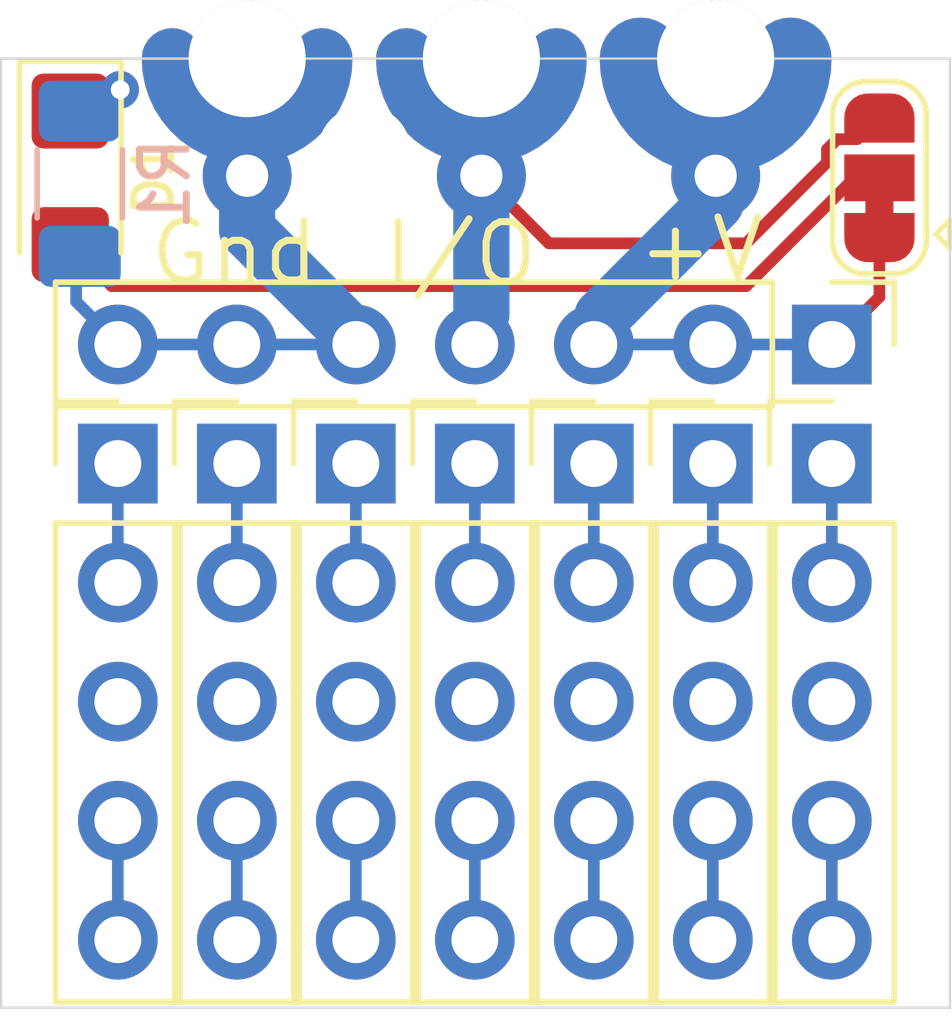
<source format=kicad_pcb>
(kicad_pcb (version 20171130) (host pcbnew "(5.1.9-0-10_14)")

  (general
    (thickness 1.6)
    (drawings 5)
    (tracks 55)
    (zones 0)
    (modules 12)
    (nets 20)
  )

  (page A4)
  (layers
    (0 F.Cu signal)
    (31 B.Cu signal)
    (32 B.Adhes user)
    (33 F.Adhes user)
    (34 B.Paste user)
    (35 F.Paste user)
    (36 B.SilkS user)
    (37 F.SilkS user)
    (38 B.Mask user)
    (39 F.Mask user)
    (40 Dwgs.User user hide)
    (41 Cmts.User user hide)
    (42 Eco1.User user)
    (43 Eco2.User user)
    (44 Edge.Cuts user)
    (45 Margin user)
    (46 B.CrtYd user)
    (47 F.CrtYd user)
    (48 B.Fab user hide)
    (49 F.Fab user hide)
  )

  (setup
    (last_trace_width 0.25)
    (user_trace_width 1.2)
    (trace_clearance 0.2)
    (zone_clearance 0.508)
    (zone_45_only no)
    (trace_min 0.1)
    (via_size 0.8)
    (via_drill 0.4)
    (via_min_size 0.4)
    (via_min_drill 0.3)
    (uvia_size 0.3)
    (uvia_drill 0.1)
    (uvias_allowed no)
    (uvia_min_size 0.2)
    (uvia_min_drill 0.1)
    (edge_width 0.05)
    (segment_width 0.2)
    (pcb_text_width 0.3)
    (pcb_text_size 1.5 1.5)
    (mod_edge_width 0.12)
    (mod_text_size 1 1)
    (mod_text_width 0.15)
    (pad_size 1.3 1.75)
    (pad_drill 0)
    (pad_to_mask_clearance 0)
    (aux_axis_origin 0 0)
    (visible_elements 7FFFFFFF)
    (pcbplotparams
      (layerselection 0x011fc_ffffffff)
      (usegerberextensions false)
      (usegerberattributes true)
      (usegerberadvancedattributes true)
      (creategerberjobfile true)
      (excludeedgelayer true)
      (linewidth 0.100000)
      (plotframeref false)
      (viasonmask false)
      (mode 1)
      (useauxorigin false)
      (hpglpennumber 1)
      (hpglpenspeed 20)
      (hpglpendiameter 15.000000)
      (psnegative false)
      (psa4output false)
      (plotreference true)
      (plotvalue true)
      (plotinvisibletext false)
      (padsonsilk false)
      (subtractmaskfromsilk false)
      (outputformat 1)
      (mirror false)
      (drillshape 0)
      (scaleselection 1)
      (outputdirectory "output/breadboard/"))
  )

  (net 0 "")
  (net 1 "Net-(J1-Pad1)")
  (net 2 "Net-(D1-Pad2)")
  (net 3 "Net-(D1-Pad1)")
  (net 4 "Net-(J1-Pad4)")
  (net 5 "Net-(J2-Pad4)")
  (net 6 "Net-(J2-Pad1)")
  (net 7 "Net-(J3-Pad4)")
  (net 8 "Net-(J3-Pad1)")
  (net 9 "Net-(J4-Pad4)")
  (net 10 "Net-(J4-Pad1)")
  (net 11 "Net-(J5-Pad4)")
  (net 12 "Net-(J5-Pad1)")
  (net 13 "Net-(J6-Pad5)")
  (net 14 "Net-(J6-Pad4)")
  (net 15 "Net-(J6-Pad1)")
  (net 16 "Net-(J7-Pad4)")
  (net 17 "Net-(J7-Pad1)")
  (net 18 "Net-(J8-Pad4)")
  (net 19 "Net-(J8-Pad1)")

  (net_class Default "This is the default net class."
    (clearance 0.2)
    (trace_width 0.25)
    (via_dia 0.8)
    (via_drill 0.4)
    (uvia_dia 0.3)
    (uvia_drill 0.1)
    (add_net "Net-(D1-Pad1)")
    (add_net "Net-(D1-Pad2)")
    (add_net "Net-(J1-Pad1)")
    (add_net "Net-(J1-Pad4)")
    (add_net "Net-(J2-Pad1)")
    (add_net "Net-(J2-Pad4)")
    (add_net "Net-(J3-Pad1)")
    (add_net "Net-(J3-Pad4)")
    (add_net "Net-(J4-Pad1)")
    (add_net "Net-(J4-Pad4)")
    (add_net "Net-(J5-Pad1)")
    (add_net "Net-(J5-Pad4)")
    (add_net "Net-(J6-Pad1)")
    (add_net "Net-(J6-Pad4)")
    (add_net "Net-(J6-Pad5)")
    (add_net "Net-(J7-Pad1)")
    (add_net "Net-(J7-Pad4)")
    (add_net "Net-(J8-Pad1)")
    (add_net "Net-(J8-Pad4)")
  )

  (module custom-microbrics:microbric (layer F.Cu) (tedit 6036C0A0) (tstamp 60091573)
    (at 141 101.5)
    (path /6008B3B3)
    (fp_text reference MB1 (at 8 1) (layer F.SilkS) hide
      (effects (font (size 1 1) (thickness 0.15)))
    )
    (fp_text value MicroBric (at 8.5 -1.5) (layer F.Fab)
      (effects (font (size 1 1) (thickness 0.15)))
    )
    (fp_line (start 0.5 -6) (end 17.5 -6) (layer Dwgs.User) (width 0.12))
    (fp_text user I/O (at 8.5552 -1.8304) (layer F.SilkS)
      (effects (font (size 1.27 1.27) (thickness 0.15)))
    )
    (fp_text user Gnd (at 3.7292 -1.8558) (layer F.SilkS)
      (effects (font (size 1.27 1.27) (thickness 0.15)))
    )
    (fp_text user +V (at 13.686 -1.932) (layer F.SilkS)
      (effects (font (size 1.27 1.27) (thickness 0.15)))
    )
    (pad 1 thru_hole custom (at 4 -6) (size 2.5 2.5) (drill 2.5) (layers *.Cu *.Mask)
      (net 13 "Net-(J6-Pad5)") (zone_connect 0)
      (options (clearance outline) (anchor circle))
      (primitives
        (gr_arc (start 0 0) (end 1.6 0) (angle 180) (width 1.3))
      ))
    (pad 2 thru_hole custom (at 9 -6) (size 2.5 2.5) (drill 2.5) (layers *.Cu *.Mask)
      (net 14 "Net-(J6-Pad4)") (zone_connect 0)
      (options (clearance outline) (anchor circle))
      (primitives
        (gr_arc (start 0 0) (end 1.6 0) (angle 180) (width 1.3))
      ))
    (pad 3 thru_hole custom (at 14 -6) (size 2.5 2.5) (drill 2.5) (layers *.Cu *.Mask)
      (net 15 "Net-(J6-Pad1)") (zone_connect 0)
      (options (clearance outline) (anchor circle))
      (primitives
        (gr_arc (start 0 0) (end 1.6 0) (angle 180) (width 1.75))
      ))
    (pad 1 thru_hole circle (at 4 -3.5) (size 1.9 1.9) (drill 0.9) (layers *.Cu *.Mask)
      (net 13 "Net-(J6-Pad5)") (zone_connect 0))
    (pad 2 thru_hole circle (at 9 -3.5) (size 1.9 1.9) (drill 0.9) (layers *.Cu *.Mask)
      (net 14 "Net-(J6-Pad4)") (zone_connect 0))
    (pad 3 thru_hole circle (at 14 -3.5) (size 1.9 1.9) (drill 0.9) (layers *.Cu *.Mask)
      (net 15 "Net-(J6-Pad1)") (zone_connect 0))
    (pad "" np_thru_hole circle (at 6.5 -4) (size 2 2) (drill 2) (layers *.Cu *.Mask)
      (zone_connect 0))
    (pad "" np_thru_hole circle (at 11.5 -3.5) (size 2 2) (drill 2) (layers *.Cu *.Mask)
      (zone_connect 0))
  )

  (module Resistor_SMD:R_1206_3216Metric_Pad1.30x1.75mm_HandSolder (layer B.Cu) (tedit 60303F93) (tstamp 60309D83)
    (at 141.4272 98.1704 90)
    (descr "Resistor SMD 1206 (3216 Metric), square (rectangular) end terminal, IPC_7351 nominal with elongated pad for handsoldering. (Body size source: IPC-SM-782 page 72, https://www.pcb-3d.com/wordpress/wp-content/uploads/ipc-sm-782a_amendment_1_and_2.pdf), generated with kicad-footprint-generator")
    (tags "resistor handsolder")
    (path /6032A6DC)
    (attr smd)
    (fp_text reference R1 (at 0 1.82 270) (layer B.SilkS)
      (effects (font (size 1 1) (thickness 0.15)) (justify mirror))
    )
    (fp_text value R_Small (at 0 -1.82 270) (layer B.Fab)
      (effects (font (size 1 1) (thickness 0.15)) (justify mirror))
    )
    (fp_line (start 2.45 -1.12) (end -2.45 -1.12) (layer B.CrtYd) (width 0.05))
    (fp_line (start 2.45 1.12) (end 2.45 -1.12) (layer B.CrtYd) (width 0.05))
    (fp_line (start -2.45 1.12) (end 2.45 1.12) (layer B.CrtYd) (width 0.05))
    (fp_line (start -2.45 -1.12) (end -2.45 1.12) (layer B.CrtYd) (width 0.05))
    (fp_line (start -0.727064 -0.91) (end 0.727064 -0.91) (layer B.SilkS) (width 0.12))
    (fp_line (start -0.727064 0.91) (end 0.727064 0.91) (layer B.SilkS) (width 0.12))
    (fp_line (start 1.6 -0.8) (end -1.6 -0.8) (layer B.Fab) (width 0.1))
    (fp_line (start 1.6 0.8) (end 1.6 -0.8) (layer B.Fab) (width 0.1))
    (fp_line (start -1.6 0.8) (end 1.6 0.8) (layer B.Fab) (width 0.1))
    (fp_line (start -1.6 -0.8) (end -1.6 0.8) (layer B.Fab) (width 0.1))
    (fp_text user %R (at 0 0 270) (layer B.Fab)
      (effects (font (size 0.8 0.8) (thickness 0.12)) (justify mirror))
    )
    (pad 2 smd roundrect (at 1.55 0 90) (size 1.3 1.75) (layers B.Cu B.Paste B.Mask) (roundrect_rratio 0.192)
      (net 3 "Net-(D1-Pad1)"))
    (pad 1 smd roundrect (at -1.55 0 90) (size 1.3 1.75) (layers B.Cu B.Paste B.Mask) (roundrect_rratio 0.192)
      (net 13 "Net-(J6-Pad5)"))
    (model ${KISYS3DMOD}/Resistor_SMD.3dshapes/R_1206_3216Metric.wrl
      (at (xyz 0 0 0))
      (scale (xyz 1 1 1))
      (rotate (xyz 0 0 0))
    )
  )

  (module Jumper:SolderJumper-3_P1.3mm_Bridged12_RoundedPad1.0x1.5mm (layer F.Cu) (tedit 5C745321) (tstamp 60309D52)
    (at 158.496 98.044 90)
    (descr "SMD Solder 3-pad Jumper, 1x1.5mm rounded Pads, 0.3mm gap, pads 1-2 bridged with 1 copper strip")
    (tags "solder jumper open")
    (path /6031A187)
    (attr virtual)
    (fp_text reference JP1 (at 0 -1.8 90) (layer F.SilkS) hide
      (effects (font (size 1 1) (thickness 0.15)))
    )
    (fp_text value SolderJumper_3_Bridged12 (at 0 1.9 90) (layer F.Fab)
      (effects (font (size 1 1) (thickness 0.15)))
    )
    (fp_poly (pts (xy -0.9 -0.3) (xy -0.4 -0.3) (xy -0.4 0.3) (xy -0.9 0.3)) (layer F.Cu) (width 0))
    (fp_line (start 2.3 1.25) (end -2.3 1.25) (layer F.CrtYd) (width 0.05))
    (fp_line (start 2.3 1.25) (end 2.3 -1.25) (layer F.CrtYd) (width 0.05))
    (fp_line (start -2.3 -1.25) (end -2.3 1.25) (layer F.CrtYd) (width 0.05))
    (fp_line (start -2.3 -1.25) (end 2.3 -1.25) (layer F.CrtYd) (width 0.05))
    (fp_line (start -1.4 -1) (end 1.4 -1) (layer F.SilkS) (width 0.12))
    (fp_line (start 2.05 -0.3) (end 2.05 0.3) (layer F.SilkS) (width 0.12))
    (fp_line (start 1.4 1) (end -1.4 1) (layer F.SilkS) (width 0.12))
    (fp_line (start -2.05 0.3) (end -2.05 -0.3) (layer F.SilkS) (width 0.12))
    (fp_line (start -1.2 1.2) (end -1.5 1.5) (layer F.SilkS) (width 0.12))
    (fp_line (start -1.5 1.5) (end -0.9 1.5) (layer F.SilkS) (width 0.12))
    (fp_line (start -1.2 1.2) (end -0.9 1.5) (layer F.SilkS) (width 0.12))
    (fp_arc (start -1.35 -0.3) (end -1.35 -1) (angle -90) (layer F.SilkS) (width 0.12))
    (fp_arc (start -1.35 0.3) (end -2.05 0.3) (angle -90) (layer F.SilkS) (width 0.12))
    (fp_arc (start 1.35 0.3) (end 1.35 1) (angle -90) (layer F.SilkS) (width 0.12))
    (fp_arc (start 1.35 -0.3) (end 2.05 -0.3) (angle -90) (layer F.SilkS) (width 0.12))
    (pad 1 smd custom (at -1.3 0 90) (size 1 0.5) (layers F.Cu F.Mask)
      (net 15 "Net-(J6-Pad1)") (zone_connect 2)
      (options (clearance outline) (anchor rect))
      (primitives
        (gr_circle (center 0 0.25) (end 0.5 0.25) (width 0))
        (gr_circle (center 0 -0.25) (end 0.5 -0.25) (width 0))
        (gr_poly (pts
           (xy 0.55 -0.75) (xy 0 -0.75) (xy 0 0.75) (xy 0.55 0.75)) (width 0))
      ))
    (pad 2 smd rect (at 0 0 90) (size 1 1.5) (layers F.Cu F.Mask)
      (net 2 "Net-(D1-Pad2)"))
    (pad 3 smd custom (at 1.3 0 90) (size 1 0.5) (layers F.Cu F.Mask)
      (net 14 "Net-(J6-Pad4)") (zone_connect 2)
      (options (clearance outline) (anchor rect))
      (primitives
        (gr_circle (center 0 0.25) (end 0.5 0.25) (width 0))
        (gr_circle (center 0 -0.25) (end 0.5 -0.25) (width 0))
        (gr_poly (pts
           (xy -0.55 -0.75) (xy 0 -0.75) (xy 0 0.75) (xy -0.55 0.75)) (width 0))
      ))
  )

  (module Connector_PinHeader_2.54mm:PinHeader_1x05_P2.54mm_Vertical (layer F.Cu) (tedit 59FED5CC) (tstamp 60309D3B)
    (at 157.48 104.14)
    (descr "Through hole straight pin header, 1x05, 2.54mm pitch, single row")
    (tags "Through hole pin header THT 1x05 2.54mm single row")
    (path /60315417)
    (fp_text reference J8 (at 0 -2.33) (layer F.SilkS) hide
      (effects (font (size 1 1) (thickness 0.15)))
    )
    (fp_text value Conn_01x05 (at 0 12.49) (layer F.Fab)
      (effects (font (size 1 1) (thickness 0.15)))
    )
    (fp_line (start 1.8 -1.8) (end -1.8 -1.8) (layer F.CrtYd) (width 0.05))
    (fp_line (start 1.8 11.95) (end 1.8 -1.8) (layer F.CrtYd) (width 0.05))
    (fp_line (start -1.8 11.95) (end 1.8 11.95) (layer F.CrtYd) (width 0.05))
    (fp_line (start -1.8 -1.8) (end -1.8 11.95) (layer F.CrtYd) (width 0.05))
    (fp_line (start -1.33 -1.33) (end 0 -1.33) (layer F.SilkS) (width 0.12))
    (fp_line (start -1.33 0) (end -1.33 -1.33) (layer F.SilkS) (width 0.12))
    (fp_line (start -1.33 1.27) (end 1.33 1.27) (layer F.SilkS) (width 0.12))
    (fp_line (start 1.33 1.27) (end 1.33 11.49) (layer F.SilkS) (width 0.12))
    (fp_line (start -1.33 1.27) (end -1.33 11.49) (layer F.SilkS) (width 0.12))
    (fp_line (start -1.33 11.49) (end 1.33 11.49) (layer F.SilkS) (width 0.12))
    (fp_line (start -1.27 -0.635) (end -0.635 -1.27) (layer F.Fab) (width 0.1))
    (fp_line (start -1.27 11.43) (end -1.27 -0.635) (layer F.Fab) (width 0.1))
    (fp_line (start 1.27 11.43) (end -1.27 11.43) (layer F.Fab) (width 0.1))
    (fp_line (start 1.27 -1.27) (end 1.27 11.43) (layer F.Fab) (width 0.1))
    (fp_line (start -0.635 -1.27) (end 1.27 -1.27) (layer F.Fab) (width 0.1))
    (fp_text user %R (at 0 5.08 90) (layer F.Fab)
      (effects (font (size 1 1) (thickness 0.15)))
    )
    (pad 5 thru_hole oval (at 0 10.16) (size 1.7 1.7) (drill 1) (layers *.Cu *.Mask)
      (net 18 "Net-(J8-Pad4)"))
    (pad 4 thru_hole oval (at 0 7.62) (size 1.7 1.7) (drill 1) (layers *.Cu *.Mask)
      (net 18 "Net-(J8-Pad4)"))
    (pad 3 thru_hole oval (at 0 5.08) (size 1.7 1.7) (drill 1) (layers *.Cu *.Mask))
    (pad 2 thru_hole oval (at 0 2.54) (size 1.7 1.7) (drill 1) (layers *.Cu *.Mask)
      (net 19 "Net-(J8-Pad1)"))
    (pad 1 thru_hole rect (at 0 0) (size 1.7 1.7) (drill 1) (layers *.Cu *.Mask)
      (net 19 "Net-(J8-Pad1)"))
    (model ${KISYS3DMOD}/Connector_PinHeader_2.54mm.3dshapes/PinHeader_1x05_P2.54mm_Vertical.wrl
      (at (xyz 0 0 0))
      (scale (xyz 1 1 1))
      (rotate (xyz 0 0 0))
    )
  )

  (module Connector_PinHeader_2.54mm:PinHeader_1x05_P2.54mm_Vertical (layer F.Cu) (tedit 59FED5CC) (tstamp 60309D22)
    (at 154.94 104.14)
    (descr "Through hole straight pin header, 1x05, 2.54mm pitch, single row")
    (tags "Through hole pin header THT 1x05 2.54mm single row")
    (path /6030CB92)
    (fp_text reference J7 (at 0 -2.33) (layer F.SilkS) hide
      (effects (font (size 1 1) (thickness 0.15)))
    )
    (fp_text value Conn_01x05 (at 0 12.49) (layer F.Fab)
      (effects (font (size 1 1) (thickness 0.15)))
    )
    (fp_line (start 1.8 -1.8) (end -1.8 -1.8) (layer F.CrtYd) (width 0.05))
    (fp_line (start 1.8 11.95) (end 1.8 -1.8) (layer F.CrtYd) (width 0.05))
    (fp_line (start -1.8 11.95) (end 1.8 11.95) (layer F.CrtYd) (width 0.05))
    (fp_line (start -1.8 -1.8) (end -1.8 11.95) (layer F.CrtYd) (width 0.05))
    (fp_line (start -1.33 -1.33) (end 0 -1.33) (layer F.SilkS) (width 0.12))
    (fp_line (start -1.33 0) (end -1.33 -1.33) (layer F.SilkS) (width 0.12))
    (fp_line (start -1.33 1.27) (end 1.33 1.27) (layer F.SilkS) (width 0.12))
    (fp_line (start 1.33 1.27) (end 1.33 11.49) (layer F.SilkS) (width 0.12))
    (fp_line (start -1.33 1.27) (end -1.33 11.49) (layer F.SilkS) (width 0.12))
    (fp_line (start -1.33 11.49) (end 1.33 11.49) (layer F.SilkS) (width 0.12))
    (fp_line (start -1.27 -0.635) (end -0.635 -1.27) (layer F.Fab) (width 0.1))
    (fp_line (start -1.27 11.43) (end -1.27 -0.635) (layer F.Fab) (width 0.1))
    (fp_line (start 1.27 11.43) (end -1.27 11.43) (layer F.Fab) (width 0.1))
    (fp_line (start 1.27 -1.27) (end 1.27 11.43) (layer F.Fab) (width 0.1))
    (fp_line (start -0.635 -1.27) (end 1.27 -1.27) (layer F.Fab) (width 0.1))
    (fp_text user %R (at 0 5.08 90) (layer F.Fab)
      (effects (font (size 1 1) (thickness 0.15)))
    )
    (pad 5 thru_hole oval (at 0 10.16) (size 1.7 1.7) (drill 1) (layers *.Cu *.Mask)
      (net 16 "Net-(J7-Pad4)"))
    (pad 4 thru_hole oval (at 0 7.62) (size 1.7 1.7) (drill 1) (layers *.Cu *.Mask)
      (net 16 "Net-(J7-Pad4)"))
    (pad 3 thru_hole oval (at 0 5.08) (size 1.7 1.7) (drill 1) (layers *.Cu *.Mask))
    (pad 2 thru_hole oval (at 0 2.54) (size 1.7 1.7) (drill 1) (layers *.Cu *.Mask)
      (net 17 "Net-(J7-Pad1)"))
    (pad 1 thru_hole rect (at 0 0) (size 1.7 1.7) (drill 1) (layers *.Cu *.Mask)
      (net 17 "Net-(J7-Pad1)"))
    (model ${KISYS3DMOD}/Connector_PinHeader_2.54mm.3dshapes/PinHeader_1x05_P2.54mm_Vertical.wrl
      (at (xyz 0 0 0))
      (scale (xyz 1 1 1))
      (rotate (xyz 0 0 0))
    )
  )

  (module Connector_PinHeader_2.54mm:PinHeader_1x07_P2.54mm_Vertical (layer F.Cu) (tedit 59FED5CC) (tstamp 60309D09)
    (at 157.48 101.6 270)
    (descr "Through hole straight pin header, 1x07, 2.54mm pitch, single row")
    (tags "Through hole pin header THT 1x07 2.54mm single row")
    (path /6031676F)
    (fp_text reference J6 (at 0 -2.33 270) (layer F.SilkS) hide
      (effects (font (size 1 1) (thickness 0.15)))
    )
    (fp_text value Conn_01x07 (at 0 17.57 270) (layer F.Fab)
      (effects (font (size 1 1) (thickness 0.15)))
    )
    (fp_line (start 1.8 -1.8) (end -1.8 -1.8) (layer F.CrtYd) (width 0.05))
    (fp_line (start 1.8 17.05) (end 1.8 -1.8) (layer F.CrtYd) (width 0.05))
    (fp_line (start -1.8 17.05) (end 1.8 17.05) (layer F.CrtYd) (width 0.05))
    (fp_line (start -1.8 -1.8) (end -1.8 17.05) (layer F.CrtYd) (width 0.05))
    (fp_line (start -1.33 -1.33) (end 0 -1.33) (layer F.SilkS) (width 0.12))
    (fp_line (start -1.33 0) (end -1.33 -1.33) (layer F.SilkS) (width 0.12))
    (fp_line (start -1.33 1.27) (end 1.33 1.27) (layer F.SilkS) (width 0.12))
    (fp_line (start 1.33 1.27) (end 1.33 16.57) (layer F.SilkS) (width 0.12))
    (fp_line (start -1.33 1.27) (end -1.33 16.57) (layer F.SilkS) (width 0.12))
    (fp_line (start -1.33 16.57) (end 1.33 16.57) (layer F.SilkS) (width 0.12))
    (fp_line (start -1.27 -0.635) (end -0.635 -1.27) (layer F.Fab) (width 0.1))
    (fp_line (start -1.27 16.51) (end -1.27 -0.635) (layer F.Fab) (width 0.1))
    (fp_line (start 1.27 16.51) (end -1.27 16.51) (layer F.Fab) (width 0.1))
    (fp_line (start 1.27 -1.27) (end 1.27 16.51) (layer F.Fab) (width 0.1))
    (fp_line (start -0.635 -1.27) (end 1.27 -1.27) (layer F.Fab) (width 0.1))
    (fp_text user %R (at 0 7.62) (layer F.Fab)
      (effects (font (size 1 1) (thickness 0.15)))
    )
    (pad 7 thru_hole oval (at 0 15.24 270) (size 1.7 1.7) (drill 1) (layers *.Cu *.Mask)
      (net 13 "Net-(J6-Pad5)"))
    (pad 6 thru_hole oval (at 0 12.7 270) (size 1.7 1.7) (drill 1) (layers *.Cu *.Mask)
      (net 13 "Net-(J6-Pad5)"))
    (pad 5 thru_hole oval (at 0 10.16 270) (size 1.7 1.7) (drill 1) (layers *.Cu *.Mask)
      (net 13 "Net-(J6-Pad5)"))
    (pad 4 thru_hole oval (at 0 7.62 270) (size 1.7 1.7) (drill 1) (layers *.Cu *.Mask)
      (net 14 "Net-(J6-Pad4)"))
    (pad 3 thru_hole oval (at 0 5.08 270) (size 1.7 1.7) (drill 1) (layers *.Cu *.Mask)
      (net 15 "Net-(J6-Pad1)"))
    (pad 2 thru_hole oval (at 0 2.54 270) (size 1.7 1.7) (drill 1) (layers *.Cu *.Mask)
      (net 15 "Net-(J6-Pad1)"))
    (pad 1 thru_hole rect (at 0 0 270) (size 1.7 1.7) (drill 1) (layers *.Cu *.Mask)
      (net 15 "Net-(J6-Pad1)"))
    (model ${KISYS3DMOD}/Connector_PinHeader_2.54mm.3dshapes/PinHeader_1x07_P2.54mm_Vertical.wrl
      (at (xyz 0 0 0))
      (scale (xyz 1 1 1))
      (rotate (xyz 0 0 0))
    )
  )

  (module Connector_PinHeader_2.54mm:PinHeader_1x05_P2.54mm_Vertical (layer F.Cu) (tedit 59FED5CC) (tstamp 60309CEE)
    (at 152.4 104.14)
    (descr "Through hole straight pin header, 1x05, 2.54mm pitch, single row")
    (tags "Through hole pin header THT 1x05 2.54mm single row")
    (path /6030CB86)
    (fp_text reference J5 (at 0 -2.33) (layer F.SilkS) hide
      (effects (font (size 1 1) (thickness 0.15)))
    )
    (fp_text value Conn_01x05 (at 0 12.49) (layer F.Fab)
      (effects (font (size 1 1) (thickness 0.15)))
    )
    (fp_line (start 1.8 -1.8) (end -1.8 -1.8) (layer F.CrtYd) (width 0.05))
    (fp_line (start 1.8 11.95) (end 1.8 -1.8) (layer F.CrtYd) (width 0.05))
    (fp_line (start -1.8 11.95) (end 1.8 11.95) (layer F.CrtYd) (width 0.05))
    (fp_line (start -1.8 -1.8) (end -1.8 11.95) (layer F.CrtYd) (width 0.05))
    (fp_line (start -1.33 -1.33) (end 0 -1.33) (layer F.SilkS) (width 0.12))
    (fp_line (start -1.33 0) (end -1.33 -1.33) (layer F.SilkS) (width 0.12))
    (fp_line (start -1.33 1.27) (end 1.33 1.27) (layer F.SilkS) (width 0.12))
    (fp_line (start 1.33 1.27) (end 1.33 11.49) (layer F.SilkS) (width 0.12))
    (fp_line (start -1.33 1.27) (end -1.33 11.49) (layer F.SilkS) (width 0.12))
    (fp_line (start -1.33 11.49) (end 1.33 11.49) (layer F.SilkS) (width 0.12))
    (fp_line (start -1.27 -0.635) (end -0.635 -1.27) (layer F.Fab) (width 0.1))
    (fp_line (start -1.27 11.43) (end -1.27 -0.635) (layer F.Fab) (width 0.1))
    (fp_line (start 1.27 11.43) (end -1.27 11.43) (layer F.Fab) (width 0.1))
    (fp_line (start 1.27 -1.27) (end 1.27 11.43) (layer F.Fab) (width 0.1))
    (fp_line (start -0.635 -1.27) (end 1.27 -1.27) (layer F.Fab) (width 0.1))
    (fp_text user %R (at 0 5.08 90) (layer F.Fab)
      (effects (font (size 1 1) (thickness 0.15)))
    )
    (pad 5 thru_hole oval (at 0 10.16) (size 1.7 1.7) (drill 1) (layers *.Cu *.Mask)
      (net 11 "Net-(J5-Pad4)"))
    (pad 4 thru_hole oval (at 0 7.62) (size 1.7 1.7) (drill 1) (layers *.Cu *.Mask)
      (net 11 "Net-(J5-Pad4)"))
    (pad 3 thru_hole oval (at 0 5.08) (size 1.7 1.7) (drill 1) (layers *.Cu *.Mask))
    (pad 2 thru_hole oval (at 0 2.54) (size 1.7 1.7) (drill 1) (layers *.Cu *.Mask)
      (net 12 "Net-(J5-Pad1)"))
    (pad 1 thru_hole rect (at 0 0) (size 1.7 1.7) (drill 1) (layers *.Cu *.Mask)
      (net 12 "Net-(J5-Pad1)"))
    (model ${KISYS3DMOD}/Connector_PinHeader_2.54mm.3dshapes/PinHeader_1x05_P2.54mm_Vertical.wrl
      (at (xyz 0 0 0))
      (scale (xyz 1 1 1))
      (rotate (xyz 0 0 0))
    )
  )

  (module Connector_PinHeader_2.54mm:PinHeader_1x05_P2.54mm_Vertical (layer F.Cu) (tedit 59FED5CC) (tstamp 60309CD5)
    (at 149.86 104.14)
    (descr "Through hole straight pin header, 1x05, 2.54mm pitch, single row")
    (tags "Through hole pin header THT 1x05 2.54mm single row")
    (path /6030CB7A)
    (fp_text reference J4 (at 0 -2.33) (layer F.SilkS) hide
      (effects (font (size 1 1) (thickness 0.15)))
    )
    (fp_text value Conn_01x05 (at 0 12.49) (layer F.Fab)
      (effects (font (size 1 1) (thickness 0.15)))
    )
    (fp_line (start 1.8 -1.8) (end -1.8 -1.8) (layer F.CrtYd) (width 0.05))
    (fp_line (start 1.8 11.95) (end 1.8 -1.8) (layer F.CrtYd) (width 0.05))
    (fp_line (start -1.8 11.95) (end 1.8 11.95) (layer F.CrtYd) (width 0.05))
    (fp_line (start -1.8 -1.8) (end -1.8 11.95) (layer F.CrtYd) (width 0.05))
    (fp_line (start -1.33 -1.33) (end 0 -1.33) (layer F.SilkS) (width 0.12))
    (fp_line (start -1.33 0) (end -1.33 -1.33) (layer F.SilkS) (width 0.12))
    (fp_line (start -1.33 1.27) (end 1.33 1.27) (layer F.SilkS) (width 0.12))
    (fp_line (start 1.33 1.27) (end 1.33 11.49) (layer F.SilkS) (width 0.12))
    (fp_line (start -1.33 1.27) (end -1.33 11.49) (layer F.SilkS) (width 0.12))
    (fp_line (start -1.33 11.49) (end 1.33 11.49) (layer F.SilkS) (width 0.12))
    (fp_line (start -1.27 -0.635) (end -0.635 -1.27) (layer F.Fab) (width 0.1))
    (fp_line (start -1.27 11.43) (end -1.27 -0.635) (layer F.Fab) (width 0.1))
    (fp_line (start 1.27 11.43) (end -1.27 11.43) (layer F.Fab) (width 0.1))
    (fp_line (start 1.27 -1.27) (end 1.27 11.43) (layer F.Fab) (width 0.1))
    (fp_line (start -0.635 -1.27) (end 1.27 -1.27) (layer F.Fab) (width 0.1))
    (fp_text user %R (at 0 5.08 90) (layer F.Fab)
      (effects (font (size 1 1) (thickness 0.15)))
    )
    (pad 5 thru_hole oval (at 0 10.16) (size 1.7 1.7) (drill 1) (layers *.Cu *.Mask)
      (net 9 "Net-(J4-Pad4)"))
    (pad 4 thru_hole oval (at 0 7.62) (size 1.7 1.7) (drill 1) (layers *.Cu *.Mask)
      (net 9 "Net-(J4-Pad4)"))
    (pad 3 thru_hole oval (at 0 5.08) (size 1.7 1.7) (drill 1) (layers *.Cu *.Mask))
    (pad 2 thru_hole oval (at 0 2.54) (size 1.7 1.7) (drill 1) (layers *.Cu *.Mask)
      (net 10 "Net-(J4-Pad1)"))
    (pad 1 thru_hole rect (at 0 0) (size 1.7 1.7) (drill 1) (layers *.Cu *.Mask)
      (net 10 "Net-(J4-Pad1)"))
    (model ${KISYS3DMOD}/Connector_PinHeader_2.54mm.3dshapes/PinHeader_1x05_P2.54mm_Vertical.wrl
      (at (xyz 0 0 0))
      (scale (xyz 1 1 1))
      (rotate (xyz 0 0 0))
    )
  )

  (module Connector_PinHeader_2.54mm:PinHeader_1x05_P2.54mm_Vertical (layer F.Cu) (tedit 59FED5CC) (tstamp 60309CBC)
    (at 147.32 104.14)
    (descr "Through hole straight pin header, 1x05, 2.54mm pitch, single row")
    (tags "Through hole pin header THT 1x05 2.54mm single row")
    (path /6030A8EB)
    (fp_text reference J3 (at 0 -2.33) (layer F.SilkS) hide
      (effects (font (size 1 1) (thickness 0.15)))
    )
    (fp_text value Conn_01x05 (at 0 12.49) (layer F.Fab)
      (effects (font (size 1 1) (thickness 0.15)))
    )
    (fp_line (start 1.8 -1.8) (end -1.8 -1.8) (layer F.CrtYd) (width 0.05))
    (fp_line (start 1.8 11.95) (end 1.8 -1.8) (layer F.CrtYd) (width 0.05))
    (fp_line (start -1.8 11.95) (end 1.8 11.95) (layer F.CrtYd) (width 0.05))
    (fp_line (start -1.8 -1.8) (end -1.8 11.95) (layer F.CrtYd) (width 0.05))
    (fp_line (start -1.33 -1.33) (end 0 -1.33) (layer F.SilkS) (width 0.12))
    (fp_line (start -1.33 0) (end -1.33 -1.33) (layer F.SilkS) (width 0.12))
    (fp_line (start -1.33 1.27) (end 1.33 1.27) (layer F.SilkS) (width 0.12))
    (fp_line (start 1.33 1.27) (end 1.33 11.49) (layer F.SilkS) (width 0.12))
    (fp_line (start -1.33 1.27) (end -1.33 11.49) (layer F.SilkS) (width 0.12))
    (fp_line (start -1.33 11.49) (end 1.33 11.49) (layer F.SilkS) (width 0.12))
    (fp_line (start -1.27 -0.635) (end -0.635 -1.27) (layer F.Fab) (width 0.1))
    (fp_line (start -1.27 11.43) (end -1.27 -0.635) (layer F.Fab) (width 0.1))
    (fp_line (start 1.27 11.43) (end -1.27 11.43) (layer F.Fab) (width 0.1))
    (fp_line (start 1.27 -1.27) (end 1.27 11.43) (layer F.Fab) (width 0.1))
    (fp_line (start -0.635 -1.27) (end 1.27 -1.27) (layer F.Fab) (width 0.1))
    (fp_text user %R (at 0 5.08 90) (layer F.Fab)
      (effects (font (size 1 1) (thickness 0.15)))
    )
    (pad 5 thru_hole oval (at 0 10.16) (size 1.7 1.7) (drill 1) (layers *.Cu *.Mask)
      (net 7 "Net-(J3-Pad4)"))
    (pad 4 thru_hole oval (at 0 7.62) (size 1.7 1.7) (drill 1) (layers *.Cu *.Mask)
      (net 7 "Net-(J3-Pad4)"))
    (pad 3 thru_hole oval (at 0 5.08) (size 1.7 1.7) (drill 1) (layers *.Cu *.Mask))
    (pad 2 thru_hole oval (at 0 2.54) (size 1.7 1.7) (drill 1) (layers *.Cu *.Mask)
      (net 8 "Net-(J3-Pad1)"))
    (pad 1 thru_hole rect (at 0 0) (size 1.7 1.7) (drill 1) (layers *.Cu *.Mask)
      (net 8 "Net-(J3-Pad1)"))
    (model ${KISYS3DMOD}/Connector_PinHeader_2.54mm.3dshapes/PinHeader_1x05_P2.54mm_Vertical.wrl
      (at (xyz 0 0 0))
      (scale (xyz 1 1 1))
      (rotate (xyz 0 0 0))
    )
  )

  (module Connector_PinHeader_2.54mm:PinHeader_1x05_P2.54mm_Vertical (layer F.Cu) (tedit 59FED5CC) (tstamp 60309CA3)
    (at 144.78 104.14)
    (descr "Through hole straight pin header, 1x05, 2.54mm pitch, single row")
    (tags "Through hole pin header THT 1x05 2.54mm single row")
    (path /6030802F)
    (fp_text reference J2 (at 0 -2.33) (layer F.SilkS) hide
      (effects (font (size 1 1) (thickness 0.15)))
    )
    (fp_text value Conn_01x05 (at 0 12.49) (layer F.Fab)
      (effects (font (size 1 1) (thickness 0.15)))
    )
    (fp_line (start 1.8 -1.8) (end -1.8 -1.8) (layer F.CrtYd) (width 0.05))
    (fp_line (start 1.8 11.95) (end 1.8 -1.8) (layer F.CrtYd) (width 0.05))
    (fp_line (start -1.8 11.95) (end 1.8 11.95) (layer F.CrtYd) (width 0.05))
    (fp_line (start -1.8 -1.8) (end -1.8 11.95) (layer F.CrtYd) (width 0.05))
    (fp_line (start -1.33 -1.33) (end 0 -1.33) (layer F.SilkS) (width 0.12))
    (fp_line (start -1.33 0) (end -1.33 -1.33) (layer F.SilkS) (width 0.12))
    (fp_line (start -1.33 1.27) (end 1.33 1.27) (layer F.SilkS) (width 0.12))
    (fp_line (start 1.33 1.27) (end 1.33 11.49) (layer F.SilkS) (width 0.12))
    (fp_line (start -1.33 1.27) (end -1.33 11.49) (layer F.SilkS) (width 0.12))
    (fp_line (start -1.33 11.49) (end 1.33 11.49) (layer F.SilkS) (width 0.12))
    (fp_line (start -1.27 -0.635) (end -0.635 -1.27) (layer F.Fab) (width 0.1))
    (fp_line (start -1.27 11.43) (end -1.27 -0.635) (layer F.Fab) (width 0.1))
    (fp_line (start 1.27 11.43) (end -1.27 11.43) (layer F.Fab) (width 0.1))
    (fp_line (start 1.27 -1.27) (end 1.27 11.43) (layer F.Fab) (width 0.1))
    (fp_line (start -0.635 -1.27) (end 1.27 -1.27) (layer F.Fab) (width 0.1))
    (fp_text user %R (at 0 5.08 90) (layer F.Fab)
      (effects (font (size 1 1) (thickness 0.15)))
    )
    (pad 5 thru_hole oval (at 0 10.16) (size 1.7 1.7) (drill 1) (layers *.Cu *.Mask)
      (net 5 "Net-(J2-Pad4)"))
    (pad 4 thru_hole oval (at 0 7.62) (size 1.7 1.7) (drill 1) (layers *.Cu *.Mask)
      (net 5 "Net-(J2-Pad4)"))
    (pad 3 thru_hole oval (at 0 5.08) (size 1.7 1.7) (drill 1) (layers *.Cu *.Mask))
    (pad 2 thru_hole oval (at 0 2.54) (size 1.7 1.7) (drill 1) (layers *.Cu *.Mask)
      (net 6 "Net-(J2-Pad1)"))
    (pad 1 thru_hole rect (at 0 0) (size 1.7 1.7) (drill 1) (layers *.Cu *.Mask)
      (net 6 "Net-(J2-Pad1)"))
    (model ${KISYS3DMOD}/Connector_PinHeader_2.54mm.3dshapes/PinHeader_1x05_P2.54mm_Vertical.wrl
      (at (xyz 0 0 0))
      (scale (xyz 1 1 1))
      (rotate (xyz 0 0 0))
    )
  )

  (module Connector_PinHeader_2.54mm:PinHeader_1x05_P2.54mm_Vertical (layer F.Cu) (tedit 59FED5CC) (tstamp 60309C8A)
    (at 142.24 104.14)
    (descr "Through hole straight pin header, 1x05, 2.54mm pitch, single row")
    (tags "Through hole pin header THT 1x05 2.54mm single row")
    (path /60303628)
    (fp_text reference J1 (at 0 -2.33) (layer F.SilkS) hide
      (effects (font (size 1 1) (thickness 0.15)))
    )
    (fp_text value Conn_01x05 (at 0 12.49) (layer F.Fab)
      (effects (font (size 1 1) (thickness 0.15)))
    )
    (fp_line (start 1.8 -1.8) (end -1.8 -1.8) (layer F.CrtYd) (width 0.05))
    (fp_line (start 1.8 11.95) (end 1.8 -1.8) (layer F.CrtYd) (width 0.05))
    (fp_line (start -1.8 11.95) (end 1.8 11.95) (layer F.CrtYd) (width 0.05))
    (fp_line (start -1.8 -1.8) (end -1.8 11.95) (layer F.CrtYd) (width 0.05))
    (fp_line (start -1.33 -1.33) (end 0 -1.33) (layer F.SilkS) (width 0.12))
    (fp_line (start -1.33 0) (end -1.33 -1.33) (layer F.SilkS) (width 0.12))
    (fp_line (start -1.33 1.27) (end 1.33 1.27) (layer F.SilkS) (width 0.12))
    (fp_line (start 1.33 1.27) (end 1.33 11.49) (layer F.SilkS) (width 0.12))
    (fp_line (start -1.33 1.27) (end -1.33 11.49) (layer F.SilkS) (width 0.12))
    (fp_line (start -1.33 11.49) (end 1.33 11.49) (layer F.SilkS) (width 0.12))
    (fp_line (start -1.27 -0.635) (end -0.635 -1.27) (layer F.Fab) (width 0.1))
    (fp_line (start -1.27 11.43) (end -1.27 -0.635) (layer F.Fab) (width 0.1))
    (fp_line (start 1.27 11.43) (end -1.27 11.43) (layer F.Fab) (width 0.1))
    (fp_line (start 1.27 -1.27) (end 1.27 11.43) (layer F.Fab) (width 0.1))
    (fp_line (start -0.635 -1.27) (end 1.27 -1.27) (layer F.Fab) (width 0.1))
    (fp_text user %R (at 0 5.08 90) (layer F.Fab)
      (effects (font (size 1 1) (thickness 0.15)))
    )
    (pad 5 thru_hole oval (at 0 10.16) (size 1.7 1.7) (drill 1) (layers *.Cu *.Mask)
      (net 4 "Net-(J1-Pad4)"))
    (pad 4 thru_hole oval (at 0 7.62) (size 1.7 1.7) (drill 1) (layers *.Cu *.Mask)
      (net 4 "Net-(J1-Pad4)"))
    (pad 3 thru_hole oval (at 0 5.08) (size 1.7 1.7) (drill 1) (layers *.Cu *.Mask))
    (pad 2 thru_hole oval (at 0 2.54) (size 1.7 1.7) (drill 1) (layers *.Cu *.Mask)
      (net 1 "Net-(J1-Pad1)"))
    (pad 1 thru_hole rect (at 0 0) (size 1.7 1.7) (drill 1) (layers *.Cu *.Mask)
      (net 1 "Net-(J1-Pad1)"))
    (model ${KISYS3DMOD}/Connector_PinHeader_2.54mm.3dshapes/PinHeader_1x05_P2.54mm_Vertical.wrl
      (at (xyz 0 0 0))
      (scale (xyz 1 1 1))
      (rotate (xyz 0 0 0))
    )
  )

  (module LED_SMD:LED_1206_3216Metric_Castellated (layer F.Cu) (tedit 5F68FEF1) (tstamp 60309C71)
    (at 141.224 98.044 270)
    (descr "LED SMD 1206 (3216 Metric), castellated end terminal, IPC_7351 nominal, (Body size source: http://www.tortai-tech.com/upload/download/2011102023233369053.pdf), generated with kicad-footprint-generator")
    (tags "LED castellated")
    (path /603188BA)
    (attr smd)
    (fp_text reference D1 (at 0 -1.78 270) (layer F.SilkS)
      (effects (font (size 0.8 0.8) (thickness 0.15)))
    )
    (fp_text value LED (at 0 1.78 270) (layer F.Fab)
      (effects (font (size 1 1) (thickness 0.15)))
    )
    (fp_line (start 2.48 1.08) (end -2.48 1.08) (layer F.CrtYd) (width 0.05))
    (fp_line (start 2.48 -1.08) (end 2.48 1.08) (layer F.CrtYd) (width 0.05))
    (fp_line (start -2.48 -1.08) (end 2.48 -1.08) (layer F.CrtYd) (width 0.05))
    (fp_line (start -2.48 1.08) (end -2.48 -1.08) (layer F.CrtYd) (width 0.05))
    (fp_line (start -2.485 1.085) (end 1.6 1.085) (layer F.SilkS) (width 0.12))
    (fp_line (start -2.485 -1.085) (end -2.485 1.085) (layer F.SilkS) (width 0.12))
    (fp_line (start 1.6 -1.085) (end -2.485 -1.085) (layer F.SilkS) (width 0.12))
    (fp_line (start 1.6 0.8) (end 1.6 -0.8) (layer F.Fab) (width 0.1))
    (fp_line (start -1.6 0.8) (end 1.6 0.8) (layer F.Fab) (width 0.1))
    (fp_line (start -1.6 -0.4) (end -1.6 0.8) (layer F.Fab) (width 0.1))
    (fp_line (start -1.2 -0.8) (end -1.6 -0.4) (layer F.Fab) (width 0.1))
    (fp_line (start 1.6 -0.8) (end -1.2 -0.8) (layer F.Fab) (width 0.1))
    (fp_text user %R (at 0 0 270) (layer F.Fab)
      (effects (font (size 0.8 0.8) (thickness 0.12)))
    )
    (pad 2 smd roundrect (at 1.425 0 270) (size 1.6 1.65) (layers F.Cu F.Paste F.Mask) (roundrect_rratio 0.15625)
      (net 2 "Net-(D1-Pad2)"))
    (pad 1 smd roundrect (at -1.425 0 270) (size 1.6 1.65) (layers F.Cu F.Paste F.Mask) (roundrect_rratio 0.15625)
      (net 3 "Net-(D1-Pad1)"))
    (model ${KISYS3DMOD}/LED_SMD.3dshapes/LED_1206_3216Metric_Castellated.wrl
      (at (xyz 0 0 0))
      (scale (xyz 1 1 1))
      (rotate (xyz 0 0 0))
    )
  )

  (gr_line (start 160 95.5) (end 139.75 95.5) (layer Edge.Cuts) (width 0.05) (tstamp 600915FE))
  (gr_line (start 160 115.75) (end 160 95.5) (layer Edge.Cuts) (width 0.05))
  (gr_line (start 139.75 115.75) (end 160 115.75) (layer Edge.Cuts) (width 0.05))
  (gr_line (start 139.75 95.5) (end 139.75 115.75) (layer Edge.Cuts) (width 0.05))
  (gr_line (start 144.25 95.5) (end 139.75 95.5) (layer Edge.Cuts) (width 0.05))

  (segment (start 142.24 104.14) (end 142.24 106.68) (width 0.25) (layer B.Cu) (net 1) (status C00000))
  (segment (start 142.1104 100.3554) (end 141.224 99.469) (width 0.25) (layer F.Cu) (net 2))
  (segment (start 155.6512 100.3554) (end 142.1104 100.3554) (width 0.25) (layer F.Cu) (net 2))
  (segment (start 157.9626 98.044) (end 155.6512 100.3554) (width 0.25) (layer F.Cu) (net 2))
  (segment (start 158.496 98.044) (end 157.9626 98.044) (width 0.25) (layer F.Cu) (net 2))
  (via (at 142.2908 96.1644) (size 0.8) (drill 0.4) (layers F.Cu B.Cu) (net 3))
  (segment (start 141.605 96.976) (end 141.605 96.8502) (width 0.25) (layer B.Cu) (net 3))
  (segment (start 141.8348 96.6204) (end 142.2908 96.1644) (width 0.25) (layer B.Cu) (net 3))
  (segment (start 141.4272 96.6204) (end 141.8348 96.6204) (width 0.25) (layer B.Cu) (net 3))
  (segment (start 141.8362 96.619) (end 141.9606 96.4946) (width 0.25) (layer F.Cu) (net 3))
  (segment (start 141.224 96.619) (end 141.8362 96.619) (width 0.25) (layer F.Cu) (net 3))
  (segment (start 141.9606 96.4946) (end 142.2908 96.1644) (width 0.25) (layer F.Cu) (net 3))
  (segment (start 142.24 111.76) (end 142.24 114.3) (width 0.25) (layer B.Cu) (net 4) (status C00000))
  (segment (start 144.78 111.76) (end 144.78 114.3) (width 0.25) (layer B.Cu) (net 5) (status C00000))
  (segment (start 144.78 104.14) (end 144.78 106.68) (width 0.25) (layer B.Cu) (net 6) (status C00000))
  (segment (start 147.32 111.76) (end 147.32 114.3) (width 0.25) (layer B.Cu) (net 7) (status C00000))
  (segment (start 147.32 104.14) (end 147.32 106.68) (width 0.25) (layer B.Cu) (net 8) (status C00000))
  (segment (start 149.86 111.76) (end 149.86 114.3) (width 0.25) (layer B.Cu) (net 9) (status C00000))
  (segment (start 149.86 104.14) (end 149.86 106.68) (width 0.25) (layer B.Cu) (net 10) (status C00000))
  (segment (start 152.4 111.76) (end 152.4 114.3) (width 0.25) (layer B.Cu) (net 11) (status C00000))
  (segment (start 152.4 104.14) (end 152.4 106.68) (width 0.25) (layer B.Cu) (net 12) (status C00000))
  (segment (start 145 98) (end 145 98.5) (width 0.25) (layer B.Cu) (net 13) (status C00000))
  (segment (start 147.32 101.6) (end 144.78 101.6) (width 0.25) (layer B.Cu) (net 13) (status C00000))
  (segment (start 144.78 101.6) (end 142.24 101.6) (width 0.25) (layer B.Cu) (net 13) (tstamp 6030D3CD) (status C00000))
  (segment (start 142.24 101.6) (end 142.24 101.372) (width 0.25) (layer B.Cu) (net 13) (status C00000))
  (segment (start 145 98) (end 145 95.85001) (width 0.25) (layer B.Cu) (net 13))
  (segment (start 141.351 100.6856) (end 141.351 100.33) (width 0.25) (layer B.Cu) (net 13))
  (segment (start 142.24 101.5746) (end 141.351 100.6856) (width 0.25) (layer B.Cu) (net 13))
  (segment (start 141.351 100.33) (end 141.605 100.076) (width 0.25) (layer B.Cu) (net 13))
  (segment (start 142.24 101.6) (end 142.24 101.5746) (width 0.25) (layer B.Cu) (net 13))
  (segment (start 147.32 101.473) (end 147.32 101.6) (width 1.2) (layer B.Cu) (net 13))
  (segment (start 145 99.153) (end 147.32 101.473) (width 1.2) (layer B.Cu) (net 13))
  (segment (start 145 98.5) (end 145 99.153) (width 1.2) (layer B.Cu) (net 13))
  (segment (start 150 98) (end 150 100.96) (width 1.2) (layer B.Cu) (net 14) (tstamp 6030E322) (status C00000))
  (segment (start 150 100.96) (end 150.04 101) (width 0.25) (layer B.Cu) (net 14) (tstamp 601BCB60) (status C00000))
  (segment (start 150 98) (end 150 95.85001) (width 0.25) (layer B.Cu) (net 14))
  (segment (start 158.496 96.744) (end 158.2974 96.744) (width 0.25) (layer F.Cu) (net 14))
  (segment (start 151.441 99.441) (end 150 98) (width 0.25) (layer F.Cu) (net 14))
  (segment (start 157.376402 97.715798) (end 155.6512 99.441) (width 0.25) (layer F.Cu) (net 14))
  (segment (start 155.6512 99.441) (end 151.441 99.441) (width 0.25) (layer F.Cu) (net 14))
  (segment (start 157.376402 97.437396) (end 157.376402 97.715798) (width 0.25) (layer F.Cu) (net 14))
  (segment (start 157.594799 97.218999) (end 157.376402 97.437396) (width 0.25) (layer F.Cu) (net 14))
  (segment (start 158.021001 97.218999) (end 157.594799 97.218999) (width 0.25) (layer F.Cu) (net 14))
  (segment (start 158.496 96.744) (end 158.021001 97.218999) (width 0.25) (layer F.Cu) (net 14))
  (segment (start 154.904999 97.66898) (end 154.904999 95.16898) (width 1.2) (layer B.Cu) (net 15))
  (segment (start 155 98) (end 155 98.58) (width 0.25) (layer B.Cu) (net 15) (status C00000))
  (segment (start 155 98.58) (end 152.58 101) (width 1.2) (layer B.Cu) (net 15) (tstamp 601BCB63) (status C00000))
  (segment (start 157.48 101.6) (end 154.94 101.6) (width 0.25) (layer B.Cu) (net 15) (status C00000))
  (segment (start 154.94 101.6) (end 152.4 101.6) (width 0.25) (layer B.Cu) (net 15) (tstamp 6030D3C9) (status C00000))
  (segment (start 158.496 100.584) (end 157.48 101.6) (width 0.25) (layer F.Cu) (net 15))
  (segment (start 158.496 99.344) (end 158.496 100.584) (width 0.25) (layer F.Cu) (net 15))
  (segment (start 154.94 111.76) (end 154.94 114.3) (width 0.25) (layer B.Cu) (net 16) (status C00000))
  (segment (start 154.94 104.14) (end 154.94 106.68) (width 0.25) (layer B.Cu) (net 17) (status C00000))
  (segment (start 157.48 111.76) (end 157.48 114.3) (width 0.25) (layer B.Cu) (net 18) (status C00000))
  (segment (start 157.48 106.68) (end 157.48 104.14) (width 0.25) (layer B.Cu) (net 19) (status C00000))

)

</source>
